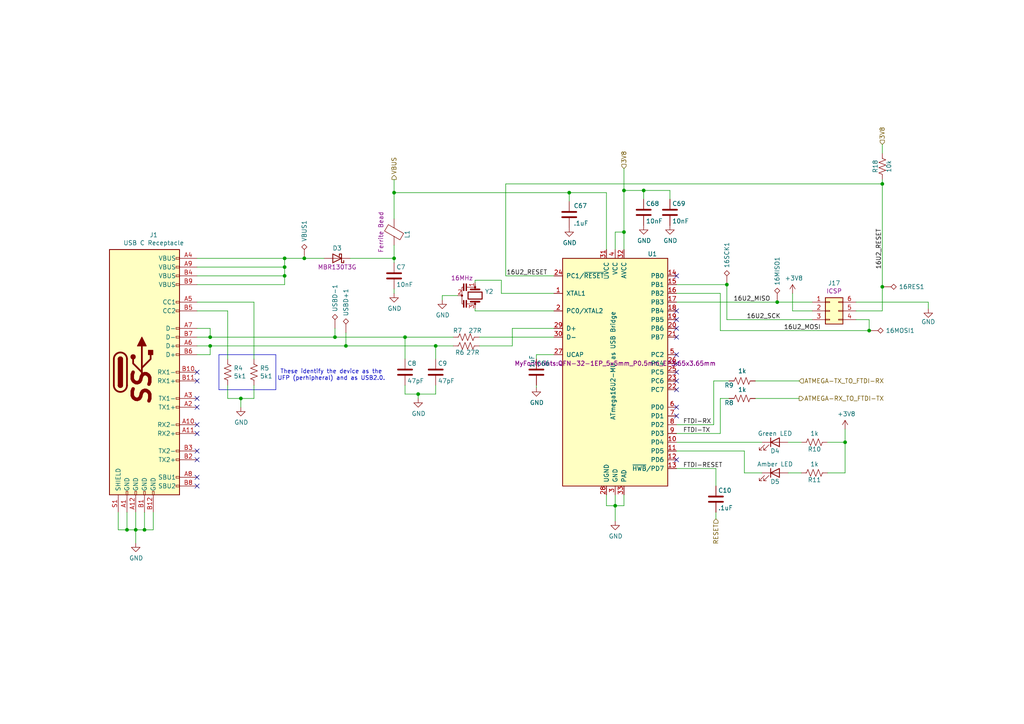
<source format=kicad_sch>
(kicad_sch (version 20230121) (generator eeschema)
  (paper "A4")
  (title_block (title "RCP USB PORT & BRIDGE "))
  (lib_symbols
    (symbol "Connector:TestPoint_Alt" (pin_numbers hide) (pin_names (offset 0.762) hide)
      (property "Reference" "TP" (at 0 6.858 0))
      (property "Value" "TestPoint_Alt" (at 0 5.08 0))
      (symbol "TestPoint_Alt_0_1"
        (polyline (pts (xy 0 2.54) (xy -0.762 3.302) (xy 0 4.064) (xy 0.762 3.302) (xy 0 2.54)))
      )
      (symbol "TestPoint_Alt_1_1"
        (pin passive line (at 0 0 90) (length 2.54) (name "1") (number "1"))
      )
    )
    (symbol "Connector_Generic:Conn_02x03_Counter_Clockwise" (pin_names (offset 1.016) hide)
      (property "Reference" "J" (at 1.27 5.08 0))
      (property "Value" "Conn_02x03_Counter_Clockwise" (at 1.27 -5.08 0))
      (symbol "Conn_02x03_Counter_Clockwise_1_1"
        (rectangle (start -1.27 -2.413) (end 0 -2.667) (stroke (width 0.1524)))
        (rectangle (start -1.27 0.127) (end 0 -0.127) (stroke (width 0.1524)))
        (rectangle (start -1.27 2.667) (end 0 2.413) (stroke (width 0.1524)))
        (rectangle (start -1.27 3.81) (end 3.81 -3.81) (stroke (width 0.254)) (fill (type background)))
        (rectangle (start 3.81 -2.413) (end 2.54 -2.667) (stroke (width 0.1524)))
        (rectangle (start 3.81 0.127) (end 2.54 -0.127) (stroke (width 0.1524)))
        (rectangle (start 3.81 2.667) (end 2.54 2.413) (stroke (width 0.1524)))
        (pin passive line (at -5.08 2.54 0) (length 3.81) (name "Pin_1") (number "1"))
        (pin passive line (at -5.08 0 0) (length 3.81) (name "Pin_2") (number "2"))
        (pin passive line (at -5.08 -2.54 0) (length 3.81) (name "Pin_3") (number "3"))
        (pin passive line (at 7.62 -2.54 180) (length 3.81) (name "Pin_4") (number "4"))
        (pin passive line (at 7.62 0 180) (length 3.81) (name "Pin_5") (number "5"))
        (pin passive line (at 7.62 2.54 180) (length 3.81) (name "Pin_6") (number "6"))
      )
    )
    (symbol "Device:C" (pin_numbers hide) (pin_names (offset 0.254))
      (property "Reference" "C" (at 0.635 2.54 0))
      (property "Value" "C" (at 0.635 -2.54 0))
      (symbol "C_0_1"
        (polyline (pts (xy -2.032 -0.762) (xy 2.032 -0.762)) (stroke (width 0.508)))
        (polyline (pts (xy -2.032 0.762) (xy 2.032 0.762)) (stroke (width 0.508)))
      )
      (symbol "C_1_1"
        (pin passive line (at 0 3.81 270) (length 2.794) (name "~") (number "1"))
        (pin passive line (at 0 -3.81 90) (length 2.794) (name "~") (number "2"))
      )
    )
    (symbol "Device:D_Schottky" (pin_numbers hide) (pin_names (offset 1.016) hide)
      (property "Reference" "D" (at 0 2.54 0))
      (property "Value" "D_Schottky" (at 0 -2.54 0))
      (symbol "D_Schottky_0_1"
        (polyline (pts (xy 1.27 0) (xy -1.27 0)))
        (polyline (pts (xy 1.27 1.27) (xy 1.27 -1.27) (xy -1.27 0) (xy 1.27 1.27)) (stroke (width 0.254)))
        (polyline (pts (xy -1.905 0.635) (xy -1.905 1.27) (xy -1.27 1.27) (xy -1.27 -1.27) (xy -0.635 -1.27) (xy -0.635 -0.635)) (stroke (width 0.254)))
      )
      (symbol "D_Schottky_1_1"
        (pin passive line (at -3.81 0 0) (length 2.54) (name "K") (number "1"))
        (pin passive line (at 3.81 0 180) (length 2.54) (name "A") (number "2"))
      )
    )
    (symbol "Device:Ferrite_Bead" (pin_numbers hide) (pin_names (offset 0))
      (property "Reference" "FB" (at -3.81 0.635 90))
      (property "Value" "Device_Ferrite_Bead" (at 3.81 0 90))
      (symbol "Ferrite_Bead_0_1"
        (polyline (pts (xy 0 -1.27) (xy 0 -1.2192)))
        (polyline (pts (xy 0 1.27) (xy 0 1.2954)))
        (polyline (pts (xy -2.7686 0.4064) (xy -1.7018 2.2606) (xy 2.7686 -0.3048) (xy 1.6764 -2.159) (xy -2.7686 0.4064)))
      )
      (symbol "Ferrite_Bead_1_1"
        (pin passive line (at 0 3.81 270) (length 2.54) (name "~") (number "1"))
        (pin passive line (at 0 -3.81 90) (length 2.54) (name "~") (number "2"))
      )
    )
    (symbol "Device:LED" (pin_numbers hide) (pin_names (offset 1.016) hide)
      (property "Reference" "D" (at 0 2.54 0))
      (property "Value" "LED" (at 0 -2.54 0))
      (symbol "LED_0_1"
        (polyline (pts (xy -1.27 -1.27) (xy -1.27 1.27)) (stroke (width 0.254)))
        (polyline (pts (xy -1.27 0) (xy 1.27 0)))
        (polyline (pts (xy 1.27 -1.27) (xy 1.27 1.27) (xy -1.27 0) (xy 1.27 -1.27)) (stroke (width 0.254)))
        (polyline (pts (xy -3.048 -0.762) (xy -4.572 -2.286) (xy -3.81 -2.286) (xy -4.572 -2.286) (xy -4.572 -1.524)))
        (polyline (pts (xy -1.778 -0.762) (xy -3.302 -2.286) (xy -2.54 -2.286) (xy -3.302 -2.286) (xy -3.302 -1.524)))
      )
      (symbol "LED_1_1"
        (pin passive line (at -3.81 0 0) (length 2.54) (name "K") (number "1"))
        (pin passive line (at 3.81 0 180) (length 2.54) (name "A") (number "2"))
      )
    )
    (symbol "Device:R_US" (pin_numbers hide) (pin_names (offset 0))
      (property "Reference" "R" (at 2.54 0 90))
      (property "Value" "R_US" (at -2.54 0 90))
      (symbol "R_US_0_1"
        (polyline (pts (xy 0 -2.286) (xy 0 -2.54)))
        (polyline (pts (xy 0 2.286) (xy 0 2.54)))
        (polyline (pts (xy 0 -0.762) (xy 1.016 -1.143) (xy 0 -1.524) (xy -1.016 -1.905) (xy 0 -2.286)))
        (polyline (pts (xy 0 0.762) (xy 1.016 0.381) (xy 0 0) (xy -1.016 -0.381) (xy 0 -0.762)))
        (polyline (pts (xy 0 2.286) (xy 1.016 1.905) (xy 0 1.524) (xy -1.016 1.143) (xy 0 0.762)))
      )
      (symbol "R_US_1_1"
        (pin passive line (at 0 3.81 270) (length 1.27) (name "~") (number "1"))
        (pin passive line (at 0 -3.81 90) (length 1.27) (name "~") (number "2"))
      )
    )
    (symbol "Device:Resonator" (pin_names (offset 1.016) hide)
      (property "Reference" "Y" (at 0 5.715 0))
      (property "Value" "Resonator" (at 0 3.81 0))
      (symbol "Resonator_0_1"
        (rectangle (start -3.429 -3.175) (end -1.397 -3.429) (fill (type outline)))
        (rectangle (start -3.429 -2.413) (end -1.397 -2.667) (fill (type outline)))
        (circle (center -2.413 0) (radius 0.254) (fill (type outline)))
        (rectangle (start -1.016 2.032) (end 1.016 -2.032) (stroke (width 0.3048)))
        (circle (center 0 -3.81) (radius 0.254) (fill (type outline)))
        (polyline (pts (xy -2.413 -2.413) (xy -2.413 0)))
        (polyline (pts (xy -1.905 0) (xy -3.175 0)))
        (polyline (pts (xy -1.778 -1.27) (xy -1.778 1.27)) (stroke (width 0.508)))
        (polyline (pts (xy 1.778 -1.27) (xy 1.778 1.27)) (stroke (width 0.508)))
        (polyline (pts (xy 1.905 0) (xy 2.54 0)))
        (polyline (pts (xy 2.413 0) (xy 2.413 -2.54)))
        (polyline (pts (xy 2.413 -3.302) (xy 2.413 -3.81) (xy -2.413 -3.81) (xy -2.413 -3.302)))
        (rectangle (start 1.397 -3.175) (end 3.429 -3.429) (fill (type outline)))
        (rectangle (start 1.397 -2.413) (end 3.429 -2.667) (fill (type outline)))
        (circle (center 2.413 0) (radius 0.254) (fill (type outline)))
      )
      (symbol "Resonator_1_1"
        (pin passive line (at -3.81 0 0) (length 1.27) (name "1") (number "1"))
        (pin passive line (at 0 -5.08 90) (length 1.27) (name "2") (number "2"))
        (pin passive line (at 3.81 0 180) (length 1.27) (name "3") (number "3"))
      )
    )
    (symbol "MyLibrary:ATmega16U2-MU" (pin_names (offset 1.016))
      (property "Reference" "U" (at 8.89 33.02 0))
      (property "Value" "MyLibrary_ATmega16U2-MU" (at 0 0 0))
      (symbol "ATmega16U2-MU_1_1"
        (rectangle (start -15.24 -35.56) (end 15.24 30.48) (stroke (width 0.254)) (fill (type background)))
        (pin input line (at -17.78 20.32 0) (length 2.54) (name "XTAL1") (number "1"))
        (pin tri_state line (at 17.78 -22.86 180) (length 2.54) (name "PD4") (number "10"))
        (pin tri_state line (at 17.78 -25.4 180) (length 2.54) (name "PD5") (number "11"))
        (pin tri_state line (at 17.78 -27.94 180) (length 2.54) (name "PD6") (number "12"))
        (pin tri_state line (at 17.78 -30.48 180) (length 2.54) (name "~{HWB}/PD7") (number "13"))
        (pin tri_state line (at 17.78 25.4 180) (length 2.54) (name "PB0") (number "14"))
        (pin tri_state line (at 17.78 22.86 180) (length 2.54) (name "PB1") (number "15"))
        (pin tri_state line (at 17.78 20.32 180) (length 2.54) (name "PB2") (number "16"))
        (pin tri_state line (at 17.78 17.78 180) (length 2.54) (name "PB3") (number "17"))
        (pin tri_state line (at 17.78 15.24 180) (length 2.54) (name "PB4") (number "18"))
        (pin tri_state line (at 17.78 12.7 180) (length 2.54) (name "PB5") (number "19"))
        (pin tri_state line (at -17.78 15.24 0) (length 2.54) (name "PC0/XTAL2") (number "2"))
        (pin tri_state line (at 17.78 10.16 180) (length 2.54) (name "PB6") (number "20"))
        (pin tri_state line (at 17.78 7.62 180) (length 2.54) (name "PB7") (number "21"))
        (pin tri_state line (at 17.78 -7.62 180) (length 2.54) (name "PC7") (number "22"))
        (pin tri_state line (at 17.78 -5.08 180) (length 2.54) (name "PC6") (number "23"))
        (pin tri_state line (at -17.78 25.4 0) (length 2.54) (name "PC1/~{RESET}") (number "24"))
        (pin tri_state line (at 17.78 -2.54 180) (length 2.54) (name "PC5") (number "25"))
        (pin tri_state line (at 17.78 0 180) (length 2.54) (name "PC4") (number "26"))
        (pin passive line (at -17.78 2.54 0) (length 2.54) (name "UCAP") (number "27"))
        (pin power_in line (at -2.54 -38.1 90) (length 2.54) (name "UGND") (number "28"))
        (pin bidirectional line (at -17.78 10.16 0) (length 2.54) (name "D+") (number "29"))
        (pin power_in line (at 0 -38.1 90) (length 2.54) (name "GND") (number "3"))
        (pin bidirectional line (at -17.78 7.62 0) (length 2.54) (name "D-") (number "30"))
        (pin power_in line (at -2.54 33.02 270) (length 2.54) (name "UVCC") (number "31"))
        (pin power_in line (at 2.54 33.02 270) (length 2.54) (name "AVCC") (number "32"))
        (pin passive line (at 2.54 -38.1 90) (length 2.54) (name "PAD") (number "33"))
        (pin power_in line (at 0 33.02 270) (length 2.54) (name "VCC") (number "4"))
        (pin tri_state line (at 17.78 2.54 180) (length 2.54) (name "PC2") (number "5"))
        (pin tri_state line (at 17.78 -12.7 180) (length 2.54) (name "PD0") (number "6"))
        (pin tri_state line (at 17.78 -15.24 180) (length 2.54) (name "PD1") (number "7"))
        (pin tri_state line (at 17.78 -17.78 180) (length 2.54) (name "PD2") (number "8"))
        (pin tri_state line (at 17.78 -20.32 180) (length 2.54) (name "PD3") (number "9"))
      )
    )
    (symbol "RUSP_Mainboard-rescue:USB_C_Receptacle-Connector-4GRotaryCellPhone-rescue-4GRCP_Mainboard-rescue" (pin_names (offset 1.016))
      (property "Reference" "J" (at -10.16 36.83 0))
      (property "Value" "USB_C_Receptacle-Connector-4GRotaryCellPhone-rescue-4GRCP_Mainboard-rescue" (at 10.16 36.83 0))
      (symbol "USB_C_Receptacle-Connector-4GRotaryCellPhone-rescue-4GRCP_Mainboard-rescue_0_0"
        (rectangle (start -5.334 -35.56) (end -4.826 -34.544))
        (rectangle (start -2.794 -35.56) (end -2.286 -34.544))
        (rectangle (start -0.254 -35.56) (end 0.254 -34.544))
        (rectangle (start 2.286 -35.56) (end 2.794 -34.544))
        (rectangle (start 10.16 -32.766) (end 9.144 -33.274))
        (rectangle (start 10.16 -30.226) (end 9.144 -30.734))
        (rectangle (start 10.16 -25.146) (end 9.144 -25.654))
        (rectangle (start 10.16 -22.606) (end 9.144 -23.114))
        (rectangle (start 10.16 -17.526) (end 9.144 -18.034))
        (rectangle (start 10.16 -14.986) (end 9.144 -15.494))
        (rectangle (start 10.16 -9.906) (end 9.144 -10.414))
        (rectangle (start 10.16 -7.366) (end 9.144 -7.874))
        (rectangle (start 10.16 -2.286) (end 9.144 -2.794))
        (rectangle (start 10.16 0.254) (end 9.144 -0.254))
        (rectangle (start 10.16 5.334) (end 9.144 4.826))
        (rectangle (start 10.16 7.874) (end 9.144 7.366))
        (rectangle (start 10.16 10.414) (end 9.144 9.906))
        (rectangle (start 10.16 12.954) (end 9.144 12.446))
        (rectangle (start 10.16 18.034) (end 9.144 17.526))
        (rectangle (start 10.16 20.574) (end 9.144 20.066))
        (rectangle (start 10.16 25.654) (end 9.144 25.146))
        (rectangle (start 10.16 28.194) (end 9.144 27.686))
        (rectangle (start 10.16 30.734) (end 9.144 30.226))
        (rectangle (start 10.16 33.274) (end 9.144 32.766))
        (text "SS" (at -0.762 -4.445 900) (effects (font (size 5.08 5.08) bold italic)))
      )
      (symbol "USB_C_Receptacle-Connector-4GRotaryCellPhone-rescue-4GRCP_Mainboard-rescue_0_1"
        (rectangle (start -10.16 35.56) (end 10.16 -35.56) (stroke (width 0.254)) (fill (type background)))
        (arc (start -8.89 -3.81) (mid -6.985 -5.7067) (end -5.08 -3.81) (stroke (width 0.508)))
        (arc (start -7.62 -3.81) (mid -6.985 -4.4423) (end -6.35 -3.81) (stroke (width 0.254)))
        (arc (start -7.62 -3.81) (mid -6.985 -4.4423) (end -6.35 -3.81) (stroke (width 0.254)) (fill (type outline)))
        (rectangle (start -7.62 -3.81) (end -6.35 3.81) (stroke (width 0.254)) (fill (type outline)))
        (arc (start -6.35 3.81) (mid -6.985 4.4423) (end -7.62 3.81) (stroke (width 0.254)))
        (arc (start -6.35 3.81) (mid -6.985 4.4423) (end -7.62 3.81) (stroke (width 0.254)) (fill (type outline)))
        (arc (start -5.08 3.81) (mid -6.985 5.7067) (end -8.89 3.81) (stroke (width 0.508)))
        (circle (center -3.302 4.445) (radius 0.635) (stroke (width 0.254)) (fill (type outline)))
        (polyline (pts (xy -8.89 -3.81) (xy -8.89 3.81)) (stroke (width 0.508)))
        (polyline (pts (xy -5.08 3.81) (xy -5.08 -3.81)) (stroke (width 0.508)))
        (polyline (pts (xy -0.762 -1.27) (xy -0.762 7.62)) (stroke (width 0.508)))
        (polyline (pts (xy -0.762 0) (xy -3.302 2.54) (xy -3.302 3.81)) (stroke (width 0.508)))
        (polyline (pts (xy -0.762 1.27) (xy 1.778 3.81) (xy 1.778 5.08)) (stroke (width 0.508)))
        (polyline (pts (xy -2.032 7.62) (xy -0.762 10.16) (xy 0.508 7.62) (xy -2.032 7.62)) (stroke (width 0.254)) (fill (type outline)))
        (rectangle (start 1.143 5.08) (end 2.413 6.35) (stroke (width 0.254)) (fill (type outline)))
      )
      (symbol "USB_C_Receptacle-Connector-4GRotaryCellPhone-rescue-4GRCP_Mainboard-rescue_1_1"
        (pin power_in line (at -5.08 -40.64 90) (length 5.08) (name "GND") (number "A1"))
        (pin bidirectional line (at 15.24 -15.24 180) (length 5.08) (name "RX2-") (number "A10"))
        (pin bidirectional line (at 15.24 -17.78 180) (length 5.08) (name "RX2+") (number "A11"))
        (pin power_in line (at -2.54 -40.64 90) (length 5.08) (name "GND") (number "A12"))
        (pin bidirectional line (at 15.24 -10.16 180) (length 5.08) (name "TX1+") (number "A2"))
        (pin bidirectional line (at 15.24 -7.62 180) (length 5.08) (name "TX1-") (number "A3"))
        (pin power_in line (at 15.24 33.02 180) (length 5.08) (name "VBUS") (number "A4"))
        (pin bidirectional line (at 15.24 20.32 180) (length 5.08) (name "CC1") (number "A5"))
        (pin bidirectional line (at 15.24 7.62 180) (length 5.08) (name "D+") (number "A6"))
        (pin bidirectional line (at 15.24 12.7 180) (length 5.08) (name "D-") (number "A7"))
        (pin bidirectional line (at 15.24 -30.48 180) (length 5.08) (name "SBU1") (number "A8"))
        (pin power_in line (at 15.24 30.48 180) (length 5.08) (name "VBUS") (number "A9"))
        (pin power_in line (at 0 -40.64 90) (length 5.08) (name "GND") (number "B1"))
        (pin bidirectional line (at 15.24 0 180) (length 5.08) (name "RX1-") (number "B10"))
        (pin bidirectional line (at 15.24 -2.54 180) (length 5.08) (name "RX1+") (number "B11"))
        (pin power_in line (at 2.54 -40.64 90) (length 5.08) (name "GND") (number "B12"))
        (pin bidirectional line (at 15.24 -25.4 180) (length 5.08) (name "TX2+") (number "B2"))
        (pin bidirectional line (at 15.24 -22.86 180) (length 5.08) (name "TX2-") (number "B3"))
        (pin power_in line (at 15.24 27.94 180) (length 5.08) (name "VBUS") (number "B4"))
        (pin bidirectional line (at 15.24 17.78 180) (length 5.08) (name "CC2") (number "B5"))
        (pin bidirectional line (at 15.24 5.08 180) (length 5.08) (name "D+") (number "B6"))
        (pin bidirectional line (at 15.24 10.16 180) (length 5.08) (name "D-") (number "B7"))
        (pin bidirectional line (at 15.24 -33.02 180) (length 5.08) (name "SBU2") (number "B8"))
        (pin power_in line (at 15.24 25.4 180) (length 5.08) (name "VBUS") (number "B9"))
        (pin passive line (at -7.62 -40.64 90) (length 5.08) (name "SHIELD") (number "S1"))
      )
    )
    (symbol "power:+3V8" (power) (pin_names (offset 0))
      (property "Value" "+3V8" (at 0 3.556 0))
      (symbol "+3V8_0_1"
        (polyline (pts (xy -0.762 1.27) (xy 0 2.54)))
        (polyline (pts (xy 0 0) (xy 0 2.54)))
        (polyline (pts (xy 0 2.54) (xy 0.762 1.27)))
      )
      (symbol "+3V8_1_1"
        (pin power_in line (at 0 0 90) (length 0) hide (name "+3V8") (number "1"))
      )
    )
    (symbol "power:GND" (power) (pin_names (offset 0))
      (property "Value" "GND" (at 0 -3.81 0))
      (symbol "GND_0_1"
        (polyline (pts (xy 0 0) (xy 0 -1.27) (xy 1.27 -1.27) (xy 0 -2.54) (xy -1.27 -1.27) (xy 0 -1.27)))
      )
      (symbol "GND_1_1"
        (pin power_in line (at 0 0 270) (length 0) hide (name "GND") (number "1"))
      )
    )
  )
  (junction (at 178.435 146.685))
  (junction (at 60.96 100.33))
  (junction (at 186.69 55.245))
  (junction (at 126.365 100.33))
  (junction (at 82.55 74.93))
  (junction (at 97.155 97.79))
  (junction (at 41.91 153.67))
  (junction (at 165.1 55.88))
  (junction (at 114.3 55.88))
  (junction (at 121.285 114.3))
  (junction (at 180.975 55.245))
  (junction (at 210.82 82.55))
  (junction (at 114.3 74.93))
  (junction (at 255.905 83.185))
  (junction (at 252.095 95.885))
  (junction (at 39.37 153.67))
  (junction (at 100.33 100.33))
  (junction (at 82.55 80.01))
  (junction (at 245.11 128.27))
  (junction (at 180.975 67.31))
  (junction (at 225.425 87.63))
  (junction (at 82.55 77.47))
  (junction (at 69.85 115.57))
  (junction (at 60.96 97.79))
  (junction (at 117.475 97.79))
  (junction (at 88.265 74.93))
  (junction (at 255.905 53.34))
  (junction (at 36.83 153.67))
  (no_connect (at 57.15 123.19))
  (no_connect (at 196.215 90.17))
  (no_connect (at 196.215 92.71))
  (no_connect (at 57.15 130.81))
  (no_connect (at 57.15 107.95))
  (no_connect (at 196.215 95.25))
  (no_connect (at 57.15 115.57))
  (no_connect (at 196.215 113.03))
  (no_connect (at 196.215 118.11))
  (no_connect (at 196.215 107.95))
  (no_connect (at 196.215 110.49))
  (no_connect (at 57.15 110.49))
  (no_connect (at 196.215 97.79))
  (no_connect (at 57.15 133.35))
  (no_connect (at 57.15 125.73))
  (no_connect (at 196.215 102.87))
  (no_connect (at 196.215 120.65))
  (no_connect (at 196.215 105.41))
  (no_connect (at 196.215 80.01))
  (no_connect (at 57.15 138.43))
  (no_connect (at 57.15 118.11))
  (no_connect (at 57.15 140.97))
  (no_connect (at 196.215 133.35))
  (wire (pts (xy 196.215 130.81) (xy 215.9 130.81)))
  (wire (pts (xy 155.575 102.87) (xy 160.655 102.87)))
  (wire (pts (xy 196.215 128.27) (xy 220.98 128.27)))
  (wire (pts (xy 207.645 150.495) (xy 207.645 148.59)))
  (wire (pts (xy 255.905 41.91) (xy 255.905 44.45)))
  (wire (pts (xy 208.915 85.09) (xy 208.915 95.885)))
  (wire (pts (xy 114.3 74.93) (xy 114.3 71.12)))
  (wire (pts (xy 248.285 90.17) (xy 255.905 90.17)))
  (wire (pts (xy 178.435 72.39) (xy 178.435 67.31)))
  (wire (pts (xy 88.265 74.93) (xy 93.98 74.93)))
  (wire (pts (xy 186.69 55.245) (xy 194.31 55.245)))
  (wire (pts (xy 160.655 90.17) (xy 137.795 90.17)))
  (wire (pts (xy 82.55 74.93) (xy 57.15 74.93)))
  (wire (pts (xy 229.87 90.17) (xy 235.585 90.17)))
  (wire (pts (xy 117.475 111.76) (xy 117.475 114.3)))
  (wire (pts (xy 114.3 52.07) (xy 114.3 55.88)))
  (wire (pts (xy 196.215 123.19) (xy 207.01 123.19)))
  (wire (pts (xy 165.1 55.88) (xy 114.3 55.88)))
  (wire (pts (xy 146.685 80.01) (xy 160.655 80.01)))
  (wire (pts (xy 215.9 137.16) (xy 220.98 137.16)))
  (wire (pts (xy 255.905 53.34) (xy 146.685 53.34)))
  (wire (pts (xy 57.15 97.79) (xy 60.96 97.79)))
  (wire (pts (xy 178.435 67.31) (xy 180.975 67.31)))
  (wire (pts (xy 57.15 100.33) (xy 60.96 100.33)))
  (polyline (pts (xy 80.01 113.03) (xy 80.01 102.87)))
  (wire (pts (xy 228.6 137.16) (xy 232.41 137.16)))
  (wire (pts (xy 178.435 146.685) (xy 180.975 146.685)))
  (wire (pts (xy 126.365 100.33) (xy 131.445 100.33)))
  (wire (pts (xy 82.55 80.01) (xy 82.55 77.47)))
  (wire (pts (xy 255.905 90.17) (xy 255.905 83.185)))
  (wire (pts (xy 229.87 85.09) (xy 229.87 90.17)))
  (wire (pts (xy 82.55 82.55) (xy 82.55 80.01)))
  (wire (pts (xy 137.795 90.17) (xy 137.795 89.535)))
  (wire (pts (xy 36.83 153.67) (xy 39.37 153.67)))
  (wire (pts (xy 207.01 110.49) (xy 211.455 110.49)))
  (wire (pts (xy 114.3 55.88) (xy 114.3 63.5)))
  (wire (pts (xy 208.915 115.57) (xy 208.915 125.73)))
  (wire (pts (xy 175.895 143.51) (xy 175.895 146.685)))
  (wire (pts (xy 148.59 100.33) (xy 148.59 95.25)))
  (wire (pts (xy 180.975 55.245) (xy 186.69 55.245)))
  (wire (pts (xy 100.33 100.33) (xy 126.365 100.33)))
  (wire (pts (xy 208.915 115.57) (xy 211.455 115.57)))
  (wire (pts (xy 245.11 124.46) (xy 245.11 128.27)))
  (wire (pts (xy 57.15 82.55) (xy 82.55 82.55)))
  (wire (pts (xy 245.11 137.16) (xy 240.03 137.16)))
  (wire (pts (xy 175.895 72.39) (xy 175.895 55.88)))
  (wire (pts (xy 57.15 80.01) (xy 82.55 80.01)))
  (wire (pts (xy 215.9 130.81) (xy 215.9 137.16)))
  (wire (pts (xy 255.905 53.34) (xy 255.905 52.07)))
  (wire (pts (xy 126.365 104.14) (xy 126.365 100.33)))
  (wire (pts (xy 210.82 82.55) (xy 196.215 82.55)))
  (wire (pts (xy 57.15 90.17) (xy 66.04 90.17)))
  (wire (pts (xy 60.96 97.79) (xy 97.155 97.79)))
  (wire (pts (xy 34.29 153.67) (xy 36.83 153.67)))
  (wire (pts (xy 207.645 135.89) (xy 207.645 140.97)))
  (wire (pts (xy 117.475 114.3) (xy 121.285 114.3)))
  (wire (pts (xy 137.795 81.915) (xy 137.795 81.28)))
  (wire (pts (xy 207.01 123.19) (xy 207.01 110.49)))
  (wire (pts (xy 148.59 95.25) (xy 160.655 95.25)))
  (wire (pts (xy 57.15 87.63) (xy 73.66 87.63)))
  (wire (pts (xy 175.895 55.88) (xy 165.1 55.88)))
  (wire (pts (xy 139.065 100.33) (xy 148.59 100.33)))
  (wire (pts (xy 248.285 92.71) (xy 252.095 92.71)))
  (wire (pts (xy 196.215 87.63) (xy 225.425 87.63)))
  (wire (pts (xy 208.915 125.73) (xy 196.215 125.73)))
  (wire (pts (xy 60.96 102.87) (xy 60.96 100.33)))
  (wire (pts (xy 139.065 97.79) (xy 160.655 97.79)))
  (wire (pts (xy 41.91 148.59) (xy 41.91 153.67)))
  (wire (pts (xy 73.66 115.57) (xy 73.66 111.76)))
  (wire (pts (xy 196.215 85.09) (xy 208.915 85.09)))
  (polyline (pts (xy 63.5 113.03) (xy 80.01 113.03)))
  (wire (pts (xy 60.96 100.33) (xy 100.33 100.33)))
  (wire (pts (xy 66.04 115.57) (xy 69.85 115.57)))
  (wire (pts (xy 180.975 67.31) (xy 180.975 72.39)))
  (wire (pts (xy 137.795 81.28) (xy 145.415 81.28)))
  (wire (pts (xy 210.82 92.71) (xy 210.82 82.55)))
  (wire (pts (xy 57.15 95.25) (xy 60.96 95.25)))
  (wire (pts (xy 180.975 55.245) (xy 180.975 48.895)))
  (wire (pts (xy 66.04 111.76) (xy 66.04 115.57)))
  (polyline (pts (xy 63.5 102.87) (xy 63.5 113.03)))
  (wire (pts (xy 66.04 90.17) (xy 66.04 104.14)))
  (wire (pts (xy 269.24 87.63) (xy 248.285 87.63)))
  (wire (pts (xy 245.11 128.27) (xy 245.11 137.16)))
  (wire (pts (xy 228.6 128.27) (xy 232.41 128.27)))
  (wire (pts (xy 165.1 58.42) (xy 165.1 55.88)))
  (wire (pts (xy 208.915 95.885) (xy 252.095 95.885)))
  (polyline (pts (xy 80.01 102.87) (xy 63.5 102.87)))
  (wire (pts (xy 57.15 77.47) (xy 82.55 77.47)))
  (wire (pts (xy 44.45 148.59) (xy 44.45 153.67)))
  (wire (pts (xy 114.3 76.2) (xy 114.3 74.93)))
  (wire (pts (xy 178.435 151.13) (xy 178.435 146.685)))
  (wire (pts (xy 178.435 143.51) (xy 178.435 146.685)))
  (wire (pts (xy 126.365 114.3) (xy 126.365 111.76)))
  (wire (pts (xy 255.905 83.185) (xy 255.905 53.34)))
  (wire (pts (xy 240.03 128.27) (xy 245.11 128.27)))
  (wire (pts (xy 73.66 87.63) (xy 73.66 104.14)))
  (wire (pts (xy 39.37 157.48) (xy 39.37 153.67)))
  (wire (pts (xy 97.155 95.25) (xy 97.155 97.79)))
  (wire (pts (xy 225.425 87.63) (xy 235.585 87.63)))
  (wire (pts (xy 128.27 86.995) (xy 128.27 85.725)))
  (wire (pts (xy 57.15 102.87) (xy 60.96 102.87)))
  (wire (pts (xy 97.155 97.79) (xy 117.475 97.79)))
  (wire (pts (xy 186.69 55.245) (xy 186.69 57.785)))
  (wire (pts (xy 121.285 115.57) (xy 121.285 114.3)))
  (wire (pts (xy 194.31 55.245) (xy 194.31 57.785)))
  (wire (pts (xy 155.575 104.14) (xy 155.575 102.87)))
  (wire (pts (xy 121.285 114.3) (xy 126.365 114.3)))
  (wire (pts (xy 117.475 104.14) (xy 117.475 97.79)))
  (wire (pts (xy 145.415 85.09) (xy 160.655 85.09)))
  (wire (pts (xy 60.96 95.25) (xy 60.96 97.79)))
  (wire (pts (xy 36.83 153.67) (xy 36.83 148.59)))
  (wire (pts (xy 114.3 85.09) (xy 114.3 83.82)))
  (wire (pts (xy 180.975 146.685) (xy 180.975 143.51)))
  (wire (pts (xy 41.91 153.67) (xy 44.45 153.67)))
  (wire (pts (xy 269.24 89.535) (xy 269.24 87.63)))
  (wire (pts (xy 39.37 153.67) (xy 41.91 153.67)))
  (wire (pts (xy 145.415 81.28) (xy 145.415 85.09)))
  (wire (pts (xy 196.215 135.89) (xy 207.645 135.89)))
  (wire (pts (xy 101.6 74.93) (xy 114.3 74.93)))
  (wire (pts (xy 252.095 95.885) (xy 252.095 92.71)))
  (wire (pts (xy 82.55 74.93) (xy 88.265 74.93)))
  (wire (pts (xy 34.29 153.67) (xy 34.29 148.59)))
  (wire (pts (xy 82.55 77.47) (xy 82.55 74.93)))
  (wire (pts (xy 219.075 110.49) (xy 231.775 110.49)))
  (wire (pts (xy 117.475 97.79) (xy 131.445 97.79)))
  (wire (pts (xy 180.975 67.31) (xy 180.975 55.245)))
  (wire (pts (xy 69.85 115.57) (xy 73.66 115.57)))
  (wire (pts (xy 155.575 111.76) (xy 155.575 112.395)))
  (wire (pts (xy 210.82 92.71) (xy 235.585 92.71)))
  (wire (pts (xy 231.775 115.57) (xy 219.075 115.57)))
  (wire (pts (xy 175.895 146.685) (xy 178.435 146.685)))
  (wire (pts (xy 39.37 148.59) (xy 39.37 153.67)))
  (wire (pts (xy 100.33 96.52) (xy 100.33 100.33)))
  (wire (pts (xy 146.685 53.34) (xy 146.685 80.01)))
  (wire (pts (xy 69.85 115.57) (xy 69.85 118.11)))
  (wire (pts (xy 128.27 85.725) (xy 132.715 85.725)))
  (text "These identify the device as the \nUFP (perhipheral) and as USB2.0." (at 111.76 110.49 0) (effects (font (size 1.1938 1.1938)) (justify right bottom)))
  (label "FTDI-TX" (at 198.12 125.73 0))
  (label "16U2_RESET" (at 255.905 78.105 90))
  (label "16U2_MOSI" (at 227.33 95.885 0))
  (label "16U2_RESET" (at 158.75 80.01 180))
  (label "16U2_MISO" (at 212.725 87.63 0))
  (label "16U2_SCK" (at 216.535 92.71 0))
  (label "FTDI-RX" (at 198.12 123.19 0))
  (label "FTDI-RESET" (at 198.12 135.89 0))
  (hierarchical_label "ATMEGA-TX_TO_FTDI-RX" (shape input) (at 231.775 110.49 0))
  (hierarchical_label "ATMEGA-RX_TO_FTDI-TX" (shape output) (at 231.775 115.57 0))
  (hierarchical_label "VBUS" (shape output) (at 114.3 52.07 90))
  (hierarchical_label "RESET" (shape input) (at 207.645 150.495 270))
  (hierarchical_label "3V8" (shape input) (at 180.975 48.895 90))
  (hierarchical_label "3V8" (shape input) (at 255.905 41.91 90))
  (symbol (lib_id "Device:R_US") (at 135.255 97.79 270) (unit 1)
    (property "Reference" "R7" (at 132.715 95.885 90))
    (property "Value" "27R" (at 137.795 95.885 90))
    (property "Footprint" "Resistor_SMD:R_0603_1608Metric" (effects hide))
    (property "Distrib. Name" "Digi-Key" (effects hide))
    (property "Distrib Part No." "RMCF0603JT27R0CT-ND " (effects hide))
    (property "Mfg. Name" "TE" (effects hide))
    (property "Mfg. Part No." "CRG0603F27R" (effects hide))
  )
  (symbol (lib_id "Device:R_US") (at 135.255 100.33 270) (unit 1)
    (property "Reference" "R6" (at 133.35 102.235 90))
    (property "Value" "27R" (at 137.16 102.235 90))
    (property "Footprint" "Resistor_SMD:R_0603_1608Metric" (effects hide))
    (property "Distrib. Name" "Digi-Key" (effects hide))
    (property "Distrib Part No." "RMCF0603JT27R0CT-ND " (effects hide))
    (property "Mfg. Name" "TE" (effects hide))
    (property "Mfg. Part No." "CRG0603F27R" (effects hide))
  )
  (symbol (lib_id "Device:C") (at 126.365 107.95 0) (unit 1)
    (property "Reference" "C9" (at 127 105.41 0) (effects (justify left)))
    (property "Value" "47pF" (at 127 110.49 0) (effects (justify left)))
    (property "Footprint" "Capacitor_SMD:C_0603_1608Metric" (effects hide))
    (property "Distrib. Name" "Digi-Key" (effects hide))
    (property "Distrib Part No." "399-7918-1-ND " (effects hide))
    (property "Mfg. Name" "Samsung" (effects hide))
    (property "Mfg. Part No." "CL10C470JB8NNNC" (effects hide))
  )
  (symbol (lib_id "Device:C") (at 117.475 107.95 0) (unit 1)
    (property "Reference" "C8" (at 118.11 105.41 0) (effects (justify left)))
    (property "Value" "47pF" (at 118.11 110.49 0) (effects (justify left)))
    (property "Footprint" "Capacitor_SMD:C_0603_1608Metric" (effects hide))
    (property "Distrib. Name" "Digi-Key" (effects hide))
    (property "Distrib Part No." "399-7918-1-ND " (effects hide))
    (property "Mfg. Name" "Samsung" (effects hide))
    (property "Mfg. Part No." "CL10C470JB8NNNC" (effects hide))
  )
  (symbol (lib_id "Device:R_US") (at 236.22 128.27 270) (unit 1)
    (property "Reference" "R10" (at 236.22 130.302 90))
    (property "Value" "1k" (at 236.22 125.73 90))
    (property "Footprint" "Resistor_SMD:R_0603_1608Metric" (effects hide))
    (property "Distrib. Name" "Digi-Key" (effects hide))
    (property "Distrib Part No." "P1.0KGCT-ND" (effects hide))
    (property "Mfg. Name" "KOA" (effects hide))
    (property "Mfg. Part No." "RK73H1JTTD1001F" (effects hide))
  )
  (symbol (lib_id "Device:LED") (at 224.79 128.27 0) (unit 1)
    (property "Reference" "D4" (at 224.79 130.81 0))
    (property "Value" "Green LED" (at 224.79 125.73 0))
    (property "Footprint" "LED_SMD:LED_0603_1608Metric_Castellated" (effects hide))
    (property "Mfg. Name" "OSRAM" (effects hide))
    (property "Mfg. Part No." "LT Q39G-Q1OO-25-1" (effects hide))
    (property "Distrib. Name" "DigiKey" (effects hide))
    (property "Distrib Part No." "475-3442-1-ND‎" (effects hide))
    (property "Color" "Rx/GREEN" (effects hide))
  )
  (symbol (lib_id "Device:R_US") (at 236.22 137.16 270) (unit 1)
    (property "Reference" "R11" (at 236.22 139.192 90))
    (property "Value" "1k" (at 236.22 134.62 90))
    (property "Footprint" "Resistor_SMD:R_0603_1608Metric" (effects hide))
    (property "Distrib. Name" "Digi-Key" (effects hide))
    (property "Distrib Part No." "P1.0KGCT-ND" (effects hide))
    (property "Mfg. Name" "KOA" (effects hide))
    (property "Mfg. Part No." "RK73H1JTTD1001F" (effects hide))
  )
  (symbol (lib_id "Device:LED") (at 224.79 137.16 0) (unit 1)
    (property "Reference" "D5" (at 224.79 139.7 0))
    (property "Value" "Amber LED" (at 224.79 134.62 0))
    (property "Footprint" "LED_SMD:LED_0603_1608Metric_Castellated" (effects hide))
    (property "Mfg. Name" "Inolux" (effects hide))
    (property "Mfg. Part No." "IN-S63AT5Y" (effects hide))
    (property "Distrib. Name" "DigiKey" (effects hide))
    (property "Distrib Part No." "1830-1066-1-ND‎" (effects hide))
    (property "Color" "Tx/YELLOW" (effects hide))
  )
  (symbol (lib_id "Device:Ferrite_Bead") (at 114.3 67.31 180) (unit 1)
    (property "Reference" "L1" (at 118.11 67.945 90))
    (property "Value" "Ferrite Bead for VBus" (effects hide))
    (property "Footprint" "Resistor_SMD:R_0805_2012Metric_Pad1.15x1.40mm_HandSolder" (effects hide))
    (property "Mfg. Name" "Laird" (effects hide))
    (property "Mfg. Part No." "MI0805K601R-10" (effects hide))
    (property "Distrib. Name" "DigiKey" (effects hide))
    (property "Distrib Part No." "240-2390-1-ND" (effects hide))
    (property "Label" "Ferrite Bead" (at 110.49 67.31 90))
  )
  (symbol (lib_id "Device:C") (at 114.3 80.01 0) (unit 1)
    (property "Reference" "C7" (at 114.935 77.47 0) (effects (justify left)))
    (property "Value" "10nF" (at 114.935 82.55 0) (effects (justify left)))
    (property "Footprint" "Capacitor_SMD:C_0603_1608Metric" (effects hide))
    (property "Mfg. Name" "Walsin" (effects hide))
    (property "Mfg. Part No." "0603B103K500CT" (effects hide))
  )
  (symbol (lib_id "Device:C") (at 207.645 144.78 0) (unit 1)
    (property "Reference" "C10" (at 208.28 142.24 0) (effects (justify left)))
    (property "Value" ".1uF" (at 208.28 147.32 0) (effects (justify left)))
    (property "Footprint" "Capacitor_SMD:C_0603_1608Metric" (effects hide))
    (property "Distrib. Name" "Digi-Key" (effects hide))
    (property "Distrib Part No." "1276-1000-1-ND " (effects hide))
    (property "Label" "50V" (effects hide))
    (property "Mfg. Name" "Walsin" (effects hide))
    (property "Mfg. Part No." "0603B104K250CT" (effects hide))
  )
  (symbol (lib_id "Device:R_US") (at 215.265 115.57 90) (unit 1)
    (property "Reference" "R8" (at 211.455 116.84 90))
    (property "Value" "1k" (at 215.265 113.03 90))
    (property "Footprint" "Resistor_SMD:R_0603_1608Metric" (effects hide))
    (property "Distrib. Name" "Digi-Key" (effects hide))
    (property "Distrib Part No." "P1.0KGCT-ND" (effects hide))
    (property "Mfg. Name" "KOA" (effects hide))
    (property "Mfg. Part No." "RK73H1JTTD1001F" (effects hide))
  )
  (symbol (lib_id "Device:R_US") (at 215.265 110.49 270) (unit 1)
    (property "Reference" "R9" (at 211.455 111.76 90))
    (property "Value" "1k" (at 215.265 107.5944 90))
    (property "Footprint" "Resistor_SMD:R_0603_1608Metric" (effects hide))
    (property "Distrib. Name" "Digi-Key" (effects hide))
    (property "Distrib Part No." "P1.0KGCT-ND" (effects hide))
    (property "Mfg. Name" "KOA" (effects hide))
    (property "Mfg. Part No." "RK73H1JTTD1001F" (effects hide))
  )
  (symbol (lib_id "Device:D_Schottky") (at 97.79 74.93 180) (unit 1)
    (property "Reference" "D3" (at 97.79 71.9836 0))
    (property "Value" "VBus Protection Schottky" (effects hide))
    (property "Footprint" "Diode_SMD:D_SOD-123" (effects hide))
    (property "Mfg. Name" "ON Semiconductor" (effects hide))
    (property "Mfg. Part No." "MBR130T3G" (at 97.79 77.47 0))
    (property "Distrib. Name" "DigiKey" (effects hide))
    (property "Distrib Part No." "MBR130T3GOSCT-ND" (effects hide))
  )
  (symbol (lib_id "power:GND") (at 69.85 118.11 0) (unit 1)
    (property "Reference" "#PWR0121" (effects hide))
    (property "Value" "GND" (at 69.977 122.5042 0))
  )
  (symbol (lib_id "power:GND") (at 121.285 115.57 0) (unit 1)
    (property "Reference" "#PWR0123" (effects hide))
    (property "Value" "GND" (at 121.412 119.9642 0))
  )
  (symbol (lib_id "RUSP_Mainboard-rescue:USB_C_Receptacle-Connector-4GRotaryCellPhone-rescue-4GRCP_Mainboard-rescue") (at 41.91 107.95 0) (unit 1)
    (property "Reference" "J1" (at 44.577 68.1482 0))
    (property "Value" "USB C Receptacle" (at 44.577 70.4596 0))
    (property "Footprint" "MyFootprints:USBC_CUI_UJ31-CH-G1-SMT-TR" (effects hide))
    (property "Datasheet" "https://www.cuidevices.com/product/resource/uj31-ch-g1-smt-tr.pdf" (effects hide))
    (property "Mfg. Name" "CUI" (effects hide))
    (property "Mfg. Part No." "UJ31-CH-G1-SMT-TR" (effects hide))
  )
  (symbol (lib_id "Device:R_US") (at 66.04 107.95 0) (unit 1)
    (property "Reference" "R4" (at 67.7672 106.7816 0) (effects (justify left)))
    (property "Value" "5k1" (at 67.7672 109.093 0) (effects (justify left)))
    (property "Footprint" "Resistor_SMD:R_0402_1005Metric" (effects hide))
    (property "Mfg. Name" "Yageo" (effects hide))
    (property "Mfg. Part No." "RC0402FR-075K1L" (effects hide))
  )
  (symbol (lib_id "Device:R_US") (at 73.66 107.95 0) (unit 1)
    (property "Reference" "R5" (at 75.3872 106.7816 0) (effects (justify left)))
    (property "Value" "5k1" (at 75.3872 109.093 0) (effects (justify left)))
    (property "Footprint" "Resistor_SMD:R_0402_1005Metric" (effects hide))
    (property "Mfg. Name" "Yageo" (effects hide))
    (property "Mfg. Part No." "RC0402FR-075K1L" (effects hide))
  )
  (symbol (lib_id "power:GND") (at 114.3 85.09 0) (unit 1)
    (property "Reference" "#PWR0151" (effects hide))
    (property "Value" "GND" (at 114.427 89.4842 0))
  )
  (symbol (lib_id "power:GND") (at 39.37 157.48 0) (unit 1)
    (property "Reference" "#PWR0152" (effects hide))
    (property "Value" "GND" (at 39.497 161.8742 0))
  )
  (symbol (lib_id "power:+3V8") (at 245.11 124.46 0) (unit 1)
    (property "Reference" "#PWR0122" (effects hide))
    (property "Value" "+3V8" (at 245.491 120.0658 0))
  )
  (symbol (lib_id "Device:C") (at 165.1 62.23 0) (unit 1)
    (property "Reference" "C67" (at 166.37 59.69 0) (effects (justify left)))
    (property "Value" ".1uF" (at 166.37 64.77 0) (effects (justify left)))
    (property "Footprint" "Capacitor_SMD:C_0603_1608Metric" (effects hide))
    (property "Mfg. Name" "Walsin" (effects hide))
    (property "Mfg. Part No." "0603B104K250CT" (effects hide))
  )
  (symbol (lib_id "power:GND") (at 165.1 66.04 0) (unit 1)
    (property "Reference" "#PWR0149" (effects hide))
    (property "Value" "GND" (at 165.227 70.4342 0))
  )
  (symbol (lib_id "Connector_Generic:Conn_02x03_Counter_Clockwise") (at 240.665 90.17 0) (unit 1) (in_bom no)
    (property "Reference" "J17" (at 241.935 82.1182 0))
    (property "Value" "Conn_02x03_Counter_Clockwise" (effects hide))
    (property "Footprint" "MyFootprints:Tag-Connect_TC2030-IDC_MINIMAL" (effects hide))
    (property "Mfg. Name" "Tag-Connect" (effects hide))
    (property "Mfg. Part No." "Mating Connector: TC2030-IDC " (effects hide))
    (property "Label" "ICSP" (at 241.935 84.4296 0))
  )
  (symbol (lib_id "power:+3V8") (at 229.87 85.09 0) (unit 1)
    (property "Reference" "#PWR0150" (effects hide))
    (property "Value" "+3V8" (at 230.251 80.6958 0))
  )
  (symbol (lib_id "power:GND") (at 269.24 89.535 0) (unit 1)
    (property "Reference" "#PWR0234" (effects hide))
    (property "Value" "GND" (at 269.24 93.345 0))
  )
  (symbol (lib_id "Device:R_US") (at 255.905 48.26 180) (unit 1)
    (property "Reference" "R18" (at 253.873 48.26 90))
    (property "Value" "10k" (at 257.81 48.26 90))
    (property "Footprint" "Resistor_SMD:R_0603_1608Metric" (effects hide))
    (property "Mfg. Name" "TE" (effects hide))
    (property "Mfg. Part No." "CRG0603F10K/10" (effects hide))
  )
  (symbol (lib_id "MyLibrary:ATmega16U2-MU") (at 178.435 105.41 0) (unit 1)
    (property "Reference" "U1" (at 189.23 73.66 0))
    (property "Value" "ATmega16U2-MU as USB Bridge" (at 177.8 106.045 90))
    (property "Footprint" "MyFootprints:QFN-32-1EP_5x5mm_P0.5mm_EP3.65x3.65mm" (at 178.435 105.41 0))
    (property "Mfg. Name" "ATmega" (effects hide))
    (property "Mfg. Part No." "ATmega16U2-MU" (effects hide))
  )
  (symbol (lib_id "power:GND") (at 178.435 151.13 0) (unit 1)
    (property "Reference" "#PWR0246" (effects hide))
    (property "Value" "GND" (at 178.562 155.5242 0))
  )
  (symbol (lib_id "Device:C") (at 155.575 107.95 0) (unit 1)
    (property "Reference" "C66" (at 155.575 105.41 0) (effects (justify left)))
    (property "Value" "1uF" (at 154.305 106.68 90) (effects (justify left)))
    (property "Footprint" "Capacitor_SMD:C_0402_1005Metric" (effects hide))
    (property "Mfg. Name" "Kemet" (effects hide))
    (property "Mfg. Part No." "C0402C105K9PACTU" (effects hide))
  )
  (symbol (lib_id "power:GND") (at 155.575 112.395 0) (unit 1)
    (property "Reference" "#PWR0247" (effects hide))
    (property "Value" "GND" (at 155.702 116.7892 0))
  )
  (symbol (lib_id "Device:C") (at 186.69 61.595 0) (unit 1)
    (property "Reference" "C68" (at 187.325 59.055 0) (effects (justify left)))
    (property "Value" "10nF" (at 187.325 64.135 0) (effects (justify left)))
    (property "Footprint" "Capacitor_SMD:C_0603_1608Metric" (effects hide))
    (property "Mfg. Name" "Walsin" (effects hide))
    (property "Mfg. Part No." "0603B103K500CT" (effects hide))
  )
  (symbol (lib_id "Device:C") (at 194.31 61.595 0) (unit 1)
    (property "Reference" "C69" (at 194.945 59.055 0) (effects (justify left)))
    (property "Value" "10nF" (at 194.945 64.135 0) (effects (justify left)))
    (property "Footprint" "Capacitor_SMD:C_0603_1608Metric" (effects hide))
    (property "Mfg. Name" "Walsin" (effects hide))
    (property "Mfg. Part No." "0603B103K500CT" (effects hide))
  )
  (symbol (lib_id "power:GND") (at 186.69 65.405 0) (unit 1)
    (property "Reference" "#PWR0248" (effects hide))
    (property "Value" "GND" (at 186.817 69.7992 0))
  )
  (symbol (lib_id "power:GND") (at 194.31 65.405 0) (unit 1)
    (property "Reference" "#PWR0249" (effects hide))
    (property "Value" "GND" (at 194.437 69.7992 0))
  )
  (symbol (lib_id "Device:Resonator") (at 137.795 85.725 270) (unit 1)
    (property "Reference" "Y2" (at 140.6144 84.5566 90) (effects (justify left)))
    (property "Value" "16MHz Resonator" (effects hide))
    (property "Footprint" "MyFootprints:AWSCR-16.00CV-T" (effects hide))
    (property "Mfg. Part No." "AWSCR-16.00CV-T" (effects hide))
    (property "Label" "16MHz" (at 133.985 80.645 90))
    (property "Mfg. Name" "Abracon" (effects hide))
  )
  (symbol (lib_id "power:GND") (at 128.27 86.995 0) (unit 1)
    (property "Reference" "#PWR0250" (effects hide))
    (property "Value" "GND" (at 128.397 91.3892 0))
  )
  (symbol (lib_id "Connector:TestPoint_Alt") (at 252.095 95.885 270) (unit 1) (in_bom no)
    (property "Reference" "16MOSI1" (at 256.8702 95.885 90) (effects (justify left)))
    (property "Value" "TestPoint_Alt" (effects hide))
    (property "Footprint" "TestPoint:TestPoint_Pad_D1.5mm" (effects hide))
  )
  (symbol (lib_id "Connector:TestPoint_Alt") (at 97.155 95.25 0) (unit 1) (in_bom no)
    (property "Reference" "USBD-1" (at 97.155 90.4748 90) (effects (justify left)))
    (property "Value" "TestPoint_Alt" (effects hide))
    (property "Footprint" "TestPoint:TestPoint_Pad_D1.5mm" (effects hide))
  )
  (symbol (lib_id "Connector:TestPoint_Alt") (at 255.905 83.185 270) (unit 1) (in_bom no)
    (property "Reference" "16RES1" (at 260.6802 83.185 90) (effects (justify left)))
    (property "Value" "TestPoint_Alt" (effects hide))
    (property "Footprint" "TestPoint:TestPoint_Pad_D1.5mm" (effects hide))
  )
  (symbol (lib_id "Connector:TestPoint_Alt") (at 225.425 87.63 0) (unit 1) (in_bom no)
    (property "Reference" "16MISO1" (at 225.425 82.8548 90) (effects (justify left)))
    (property "Value" "TestPoint_Alt" (effects hide))
    (property "Footprint" "TestPoint:TestPoint_Pad_D1.5mm" (effects hide))
  )
  (symbol (lib_id "Connector:TestPoint_Alt") (at 100.33 96.52 0) (unit 1) (in_bom no)
    (property "Reference" "USBD+1" (at 100.33 91.7448 90) (effects (justify left)))
    (property "Value" "TestPoint_Alt" (effects hide))
    (property "Footprint" "TestPoint:TestPoint_Pad_D1.5mm" (effects hide))
  )
  (symbol (lib_id "Connector:TestPoint_Alt") (at 210.82 82.55 0) (unit 1) (in_bom no)
    (property "Reference" "16SCK1" (at 210.82 77.7748 90) (effects (justify left)))
    (property "Value" "TestPoint_Alt" (effects hide))
    (property "Footprint" "TestPoint:TestPoint_Pad_D1.5mm" (effects hide))
  )
  (symbol (lib_id "Connector:TestPoint_Alt") (at 88.265 74.93 0) (unit 1) (in_bom no)
    (property "Reference" "VBUS1" (at 88.265 70.1548 90) (effects (justify left)))
    (property "Value" "TestPoint_Alt" (effects hide))
    (property "Footprint" "TestPoint:TestPoint_Pad_D1.5mm" (effects hide))
  )
)
</source>
